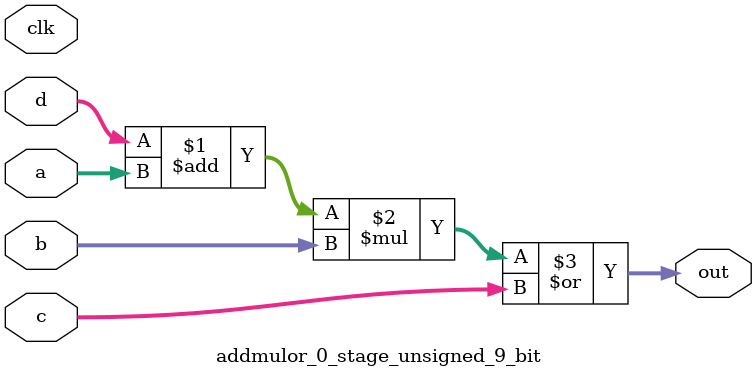
<source format=sv>
(* use_dsp = "yes" *) module addmulor_0_stage_unsigned_9_bit(
	input  [8:0] a,
	input  [8:0] b,
	input  [8:0] c,
	input  [8:0] d,
	output [8:0] out,
	input clk);

	assign out = ((d + a) * b) | c;
endmodule

</source>
